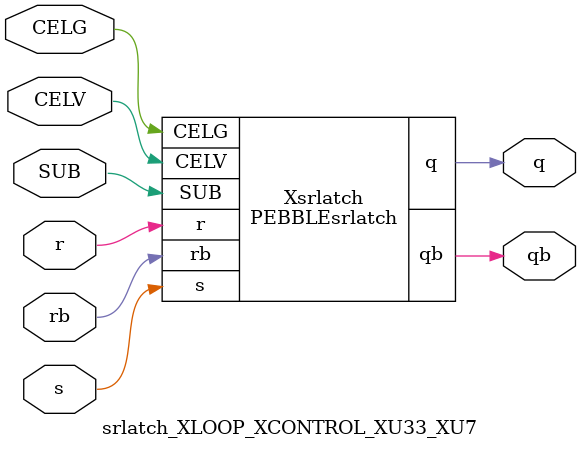
<source format=v>



module PEBBLEsrlatch ( q, qb, CELG, CELV, SUB, r, rb, s );

  input CELV;
  input s;
  output q;
  input rb;
  input r;
  input SUB;
  input CELG;
  output qb;
endmodule

//Celera Confidential Do Not Copy srlatch_XLOOP_XCONTROL_XU33_XU7
//Celera Confidential Symbol Generator
//SR Latch
module srlatch_XLOOP_XCONTROL_XU33_XU7 (CELV,CELG,s,r,rb,q,qb,SUB);
input CELV;
input CELG;
input s;
input r;
input rb;
input SUB;
output q;
output qb;

//Celera Confidential Do Not Copy srlatch
PEBBLEsrlatch Xsrlatch(
.CELV (CELV),
.r (r),
.s (s),
.q (q),
.qb (qb),
.rb (rb),
.SUB (SUB),
.CELG (CELG)
);
//,diesize,PEBBLEsrlatch

//Celera Confidential Do Not Copy Module End
//Celera Schematic Generator
endmodule

</source>
